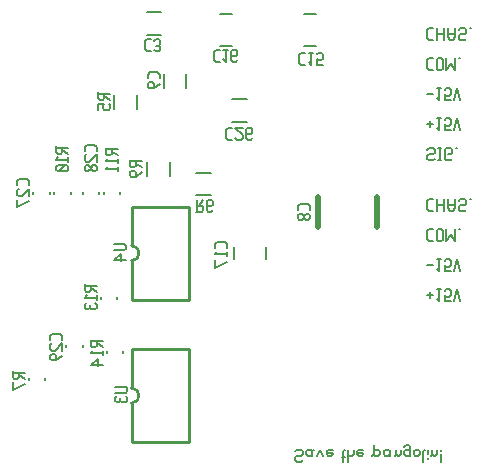
<source format=gbo>
G04 start of page 9 for group -4078 idx -4078 *
G04 Title: (unknown), bottomsilk *
G04 Creator: pcb 20140316 *
G04 CreationDate: Fri 20 Nov 2015 02:14:16 PM GMT UTC *
G04 For: fosse *
G04 Format: Gerber/RS-274X *
G04 PCB-Dimensions (mil): 3170.00 2000.00 *
G04 PCB-Coordinate-Origin: lower left *
%MOIN*%
%FSLAX25Y25*%
%LNBOTTOMSILK*%
%ADD80C,0.0197*%
%ADD79C,0.0080*%
%ADD78C,0.0100*%
%ADD77C,0.0070*%
G54D77*X217000Y151500D02*X219000D01*
X220200Y150300D02*X221000Y149500D01*
Y153500D01*
X220200D02*X221700D01*
X222900Y149500D02*X224900D01*
X222900D02*Y151500D01*
X223400Y151000D01*
X224400D01*
X224900Y151500D01*
Y153000D01*
X224400Y153500D02*X224900Y153000D01*
X223400Y153500D02*X224400D01*
X222900Y153000D02*X223400Y153500D01*
X226100Y149500D02*X227100Y153500D01*
X228100Y149500D01*
X219000Y129500D02*X219500Y130000D01*
X217500Y129500D02*X219000D01*
X217000Y130000D02*X217500Y129500D01*
X217000Y130000D02*Y131000D01*
X217500Y131500D01*
X219000D01*
X219500Y132000D01*
Y133000D01*
X219000Y133500D02*X219500Y133000D01*
X217500Y133500D02*X219000D01*
X217000Y133000D02*X217500Y133500D01*
X220700Y129500D02*X221700D01*
X221200D02*Y133500D01*
X220700D02*X221700D01*
X224900Y129500D02*X225400Y130000D01*
X223400Y129500D02*X224900D01*
X222900Y130000D02*X223400Y129500D01*
X222900Y130000D02*Y133000D01*
X223400Y133500D01*
X224900D01*
X225400Y133000D01*
Y132000D02*Y133000D01*
X224900Y131500D02*X225400Y132000D01*
X223900Y131500D02*X224900D01*
X226600Y133500D02*X227100D01*
X217700Y173500D02*X219000D01*
X217000Y172800D02*X217700Y173500D01*
X217000Y170200D02*Y172800D01*
Y170200D02*X217700Y169500D01*
X219000D01*
X220200D02*Y173500D01*
X222700Y169500D02*Y173500D01*
X220200Y171500D02*X222700D01*
X223900Y170500D02*Y173500D01*
Y170500D02*X224600Y169500D01*
X225700D01*
X226400Y170500D01*
Y173500D01*
X223900Y171500D02*X226400D01*
X229600Y169500D02*X230100Y170000D01*
X228100Y169500D02*X229600D01*
X227600Y170000D02*X228100Y169500D01*
X227600Y170000D02*Y171000D01*
X228100Y171500D01*
X229600D01*
X230100Y172000D01*
Y173000D01*
X229600Y173500D02*X230100Y173000D01*
X228100Y173500D02*X229600D01*
X227600Y173000D02*X228100Y173500D01*
X231300D02*X231800D01*
X217000Y141500D02*X219000D01*
X218000Y140500D02*Y142500D01*
X220200Y140300D02*X221000Y139500D01*
Y143500D01*
X220200D02*X221700D01*
X222900Y139500D02*X224900D01*
X222900D02*Y141500D01*
X223400Y141000D01*
X224400D01*
X224900Y141500D01*
Y143000D01*
X224400Y143500D02*X224900Y143000D01*
X223400Y143500D02*X224400D01*
X222900Y143000D02*X223400Y143500D01*
X226100Y139500D02*X227100Y143500D01*
X228100Y139500D01*
X217700Y163500D02*X219000D01*
X217000Y162800D02*X217700Y163500D01*
X217000Y160200D02*Y162800D01*
Y160200D02*X217700Y159500D01*
X219000D01*
X220200Y160000D02*Y163000D01*
Y160000D02*X220700Y159500D01*
X221700D01*
X222200Y160000D01*
Y163000D01*
X221700Y163500D02*X222200Y163000D01*
X220700Y163500D02*X221700D01*
X220200Y163000D02*X220700Y163500D01*
X223400Y159500D02*Y163500D01*
Y159500D02*X224900Y161500D01*
X226400Y159500D01*
Y163500D01*
X227600D02*X228100D01*
X175000Y29000D02*X175500Y29500D01*
X173500Y29000D02*X175000D01*
X173000Y29500D02*X173500Y29000D01*
X173000Y29500D02*Y30500D01*
X173500Y31000D01*
X175000D01*
X175500Y31500D01*
Y32500D01*
X175000Y33000D02*X175500Y32500D01*
X173500Y33000D02*X175000D01*
X173000Y32500D02*X173500Y33000D01*
X178200Y31000D02*X178700Y31500D01*
X177200Y31000D02*X178200D01*
X176700Y31500D02*X177200Y31000D01*
X176700Y31500D02*Y32500D01*
X177200Y33000D01*
X178700Y31000D02*Y32500D01*
X179200Y33000D01*
X177200D02*X178200D01*
X178700Y32500D01*
X180400Y31000D02*X181400Y33000D01*
X182400Y31000D02*X181400Y33000D01*
X184100D02*X185600D01*
X183600Y32500D02*X184100Y33000D01*
X183600Y31500D02*Y32500D01*
Y31500D02*X184100Y31000D01*
X185100D01*
X185600Y31500D01*
X183600Y32000D02*X185600D01*
Y31500D02*Y32000D01*
X189100Y29000D02*Y32500D01*
X189600Y33000D01*
X188600Y30500D02*X189600D01*
X190600Y29000D02*Y33000D01*
Y31500D02*X191100Y31000D01*
X192100D01*
X192600Y31500D01*
Y33000D01*
X194300D02*X195800D01*
X193800Y32500D02*X194300Y33000D01*
X193800Y31500D02*Y32500D01*
Y31500D02*X194300Y31000D01*
X195300D01*
X195800Y31500D01*
X193800Y32000D02*X195800D01*
Y31500D02*Y32000D01*
X199300Y31500D02*Y34500D01*
X198800Y31000D02*X199300Y31500D01*
X199800Y31000D01*
X200800D01*
X201300Y31500D01*
Y32500D01*
X200800Y33000D02*X201300Y32500D01*
X199800Y33000D02*X200800D01*
X199300Y32500D02*X199800Y33000D01*
X204000Y31000D02*X204500Y31500D01*
X203000Y31000D02*X204000D01*
X202500Y31500D02*X203000Y31000D01*
X202500Y31500D02*Y32500D01*
X203000Y33000D01*
X204500Y31000D02*Y32500D01*
X205000Y33000D01*
X203000D02*X204000D01*
X204500Y32500D01*
X206700Y31500D02*Y33000D01*
Y31500D02*X207200Y31000D01*
X207700D01*
X208200Y31500D01*
Y33000D01*
X206200Y31000D02*X206700Y31500D01*
X210900Y31000D02*X211400Y31500D01*
X209900Y31000D02*X210900D01*
X209400Y31500D02*X209900Y31000D01*
X209400Y31500D02*Y32500D01*
X209900Y33000D01*
X210900D01*
X211400Y32500D01*
X209400Y34000D02*X209900Y34500D01*
X210900D01*
X211400Y34000D01*
Y31000D02*Y34000D01*
X212600Y31500D02*Y32500D01*
Y31500D02*X213100Y31000D01*
X214100D01*
X214600Y31500D01*
Y32500D01*
X214100Y33000D02*X214600Y32500D01*
X213100Y33000D02*X214100D01*
X212600Y32500D02*X213100Y33000D01*
X215800Y29000D02*Y32500D01*
X216300Y33000D01*
X217300Y30000D02*Y30100D01*
Y31500D02*Y33000D01*
X218800Y31500D02*Y33000D01*
Y31500D02*X219300Y31000D01*
X219800D01*
X220300Y31500D01*
Y33000D01*
X218300Y31000D02*X218800Y31500D01*
X221500Y32500D02*Y33000D01*
Y29000D02*Y31500D01*
X217000Y94500D02*X219000D01*
X220200Y93300D02*X221000Y92500D01*
Y96500D01*
X220200D02*X221700D01*
X222900Y92500D02*X224900D01*
X222900D02*Y94500D01*
X223400Y94000D01*
X224400D01*
X224900Y94500D01*
Y96000D01*
X224400Y96500D02*X224900Y96000D01*
X223400Y96500D02*X224400D01*
X222900Y96000D02*X223400Y96500D01*
X226100Y92500D02*X227100Y96500D01*
X228100Y92500D01*
X217000Y84500D02*X219000D01*
X218000Y83500D02*Y85500D01*
X220200Y83300D02*X221000Y82500D01*
Y86500D01*
X220200D02*X221700D01*
X222900Y82500D02*X224900D01*
X222900D02*Y84500D01*
X223400Y84000D01*
X224400D01*
X224900Y84500D01*
Y86000D01*
X224400Y86500D02*X224900Y86000D01*
X223400Y86500D02*X224400D01*
X222900Y86000D02*X223400Y86500D01*
X226100Y82500D02*X227100Y86500D01*
X228100Y82500D01*
X217700Y116500D02*X219000D01*
X217000Y115800D02*X217700Y116500D01*
X217000Y113200D02*Y115800D01*
Y113200D02*X217700Y112500D01*
X219000D01*
X220200D02*Y116500D01*
X222700Y112500D02*Y116500D01*
X220200Y114500D02*X222700D01*
X223900Y113500D02*Y116500D01*
Y113500D02*X224600Y112500D01*
X225700D01*
X226400Y113500D01*
Y116500D01*
X223900Y114500D02*X226400D01*
X229600Y112500D02*X230100Y113000D01*
X228100Y112500D02*X229600D01*
X227600Y113000D02*X228100Y112500D01*
X227600Y113000D02*Y114000D01*
X228100Y114500D01*
X229600D01*
X230100Y115000D01*
Y116000D01*
X229600Y116500D02*X230100Y116000D01*
X228100Y116500D02*X229600D01*
X227600Y116000D02*X228100Y116500D01*
X231300D02*X231800D01*
X217700Y106500D02*X219000D01*
X217000Y105800D02*X217700Y106500D01*
X217000Y103200D02*Y105800D01*
Y103200D02*X217700Y102500D01*
X219000D01*
X220200Y103000D02*Y106000D01*
Y103000D02*X220700Y102500D01*
X221700D01*
X222200Y103000D01*
Y106000D01*
X221700Y106500D02*X222200Y106000D01*
X220700Y106500D02*X221700D01*
X220200Y106000D02*X220700Y106500D01*
X223400Y102500D02*Y106500D01*
Y102500D02*X224900Y104500D01*
X226400Y102500D01*
Y106500D01*
X227600D02*X228100D01*
G54D78*X118500Y114000D02*X137500D01*
Y83000D02*Y114000D01*
X118500Y83000D02*X137500D01*
X118500Y101000D02*Y114000D01*
Y83000D02*Y96000D01*
G75*G03X118500Y101000I0J2500D01*G01*
G54D79*X152686Y100468D02*Y96532D01*
X163314Y100468D02*Y96532D01*
X140138Y117760D02*X144862D01*
X140138Y125240D02*X144862D01*
X112760Y146638D02*Y151362D01*
X120240Y146638D02*Y151362D01*
X123638Y171260D02*X128362D01*
X123638Y178740D02*X128362D01*
X129260Y158362D02*Y153638D01*
X136740Y158362D02*Y153638D01*
X123760Y124138D02*Y128862D01*
X131240Y124138D02*Y128862D01*
X109245Y118893D02*Y118107D01*
X114755Y118893D02*Y118107D01*
X102245Y118893D02*Y118107D01*
X107755Y118893D02*Y118107D01*
X85745Y118893D02*Y118107D01*
X91255Y118893D02*Y118107D01*
X92745Y118893D02*Y118107D01*
X98255Y118893D02*Y118107D01*
X152138Y142260D02*X156862D01*
X152138Y149740D02*X156862D01*
X84245Y56893D02*Y56107D01*
X89755Y56893D02*Y56107D01*
X96745Y67893D02*Y67107D01*
X102255Y67893D02*Y67107D01*
G54D78*X118500Y66500D02*X137500D01*
Y35500D02*Y66500D01*
X118500Y35500D02*X137500D01*
X118500Y53500D02*Y66500D01*
Y35500D02*Y48500D01*
G75*G03X118500Y53500I0J2500D01*G01*
G54D79*X108245Y83893D02*Y83107D01*
X113755Y83893D02*Y83107D01*
X110245Y65893D02*Y65107D01*
X115755Y65893D02*Y65107D01*
X148032Y167686D02*X151968D01*
X148032Y178314D02*X151968D01*
X176075Y167686D02*X180011D01*
X176075Y178314D02*X180011D01*
G54D80*X200342Y107276D02*Y117118D01*
X180658Y107276D02*Y117118D01*
G54D77*X146550Y166350D02*X147850D01*
X145850Y165650D02*X146550Y166350D01*
X145850Y163050D02*Y165650D01*
Y163050D02*X146550Y162350D01*
X147850D01*
X149050Y163150D02*X149850Y162350D01*
Y166350D01*
X149050D02*X150550D01*
X153250Y162350D02*X153750Y162850D01*
X152250Y162350D02*X153250D01*
X151750Y162850D02*X152250Y162350D01*
X151750Y162850D02*Y165850D01*
X152250Y166350D01*
X153250Y164150D02*X153750Y164650D01*
X151750Y164150D02*X153250D01*
X152250Y166350D02*X153250D01*
X153750Y165850D01*
Y164650D02*Y165850D01*
X127850Y156745D02*Y158045D01*
X127150Y158745D02*X127850Y158045D01*
X124550Y158745D02*X127150D01*
X124550D02*X123850Y158045D01*
Y156745D02*Y158045D01*
X127850Y155045D02*X125850Y153545D01*
X124350D02*X125850D01*
X123850Y154045D02*X124350Y153545D01*
X123850Y154045D02*Y155045D01*
X124350Y155545D02*X123850Y155045D01*
X124350Y155545D02*X125350D01*
X125850Y155045D01*
Y153545D02*Y155045D01*
X175093Y165350D02*X176393D01*
X174393Y164650D02*X175093Y165350D01*
X174393Y162050D02*Y164650D01*
Y162050D02*X175093Y161350D01*
X176393D01*
X177593Y162150D02*X178393Y161350D01*
Y165350D01*
X177593D02*X179093D01*
X180293Y161350D02*X182293D01*
X180293D02*Y163350D01*
X180793Y162850D01*
X181793D01*
X182293Y163350D01*
Y164850D01*
X181793Y165350D02*X182293Y164850D01*
X180793Y165350D02*X181793D01*
X180293Y164850D02*X180793Y165350D01*
X123550Y169850D02*X124850D01*
X122850Y169150D02*X123550Y169850D01*
X122850Y166550D02*Y169150D01*
Y166550D02*X123550Y165850D01*
X124850D01*
X126050Y166350D02*X126550Y165850D01*
X127550D01*
X128050Y166350D01*
X127550Y169850D02*X128050Y169350D01*
X126550Y169850D02*X127550D01*
X126050Y169350D02*X126550Y169850D01*
Y167650D02*X127550D01*
X128050Y166350D02*Y167150D01*
Y168150D02*Y169350D01*
Y168150D02*X127550Y167650D01*
X128050Y167150D02*X127550Y167650D01*
X113000Y54000D02*X116500D01*
X117000Y53500D01*
Y52500D02*Y53500D01*
Y52500D02*X116500Y52000D01*
X113000D02*X116500D01*
X113500Y50800D02*X113000Y50300D01*
Y49300D02*Y50300D01*
Y49300D02*X113500Y48800D01*
X117000Y49300D02*X116500Y48800D01*
X117000Y49300D02*Y50300D01*
X116500Y50800D02*X117000Y50300D01*
X114800Y49300D02*Y50300D01*
X113500Y48800D02*X114300D01*
X115300D02*X116500D01*
X115300D02*X114800Y49300D01*
X114300Y48800D02*X114800Y49300D01*
X78850Y57193D02*Y59193D01*
Y57193D02*X79350Y56693D01*
X80350D01*
X80850Y57193D02*X80350Y56693D01*
X80850Y57193D02*Y58693D01*
X78850D02*X82850D01*
X80850Y57893D02*X82850Y56693D01*
Y54993D02*X78850Y52993D01*
Y55493D01*
X104850Y67693D02*Y69693D01*
Y67693D02*X105350Y67193D01*
X106350D01*
X106850Y67693D02*X106350Y67193D01*
X106850Y67693D02*Y69193D01*
X104850D02*X108850D01*
X106850Y68393D02*X108850Y67193D01*
X105650Y65993D02*X104850Y65193D01*
X108850D01*
Y64493D02*Y65993D01*
X107350Y63293D02*X104850Y61293D01*
X107350Y60793D02*Y63293D01*
X104850Y61293D02*X108850D01*
X95350Y69693D02*Y70993D01*
X94650Y71693D02*X95350Y70993D01*
X92050Y71693D02*X94650D01*
X92050D02*X91350Y70993D01*
Y69693D02*Y70993D01*
X91850Y68493D02*X91350Y67993D01*
Y66493D02*Y67993D01*
Y66493D02*X91850Y65993D01*
X92850D01*
X95350Y68493D02*X92850Y65993D01*
X95350D02*Y68493D01*
Y64293D02*X93350Y62793D01*
X91850D02*X93350D01*
X91350Y63293D02*X91850Y62793D01*
X91350Y63293D02*Y64293D01*
X91850Y64793D02*X91350Y64293D01*
X91850Y64793D02*X92850D01*
X93350Y64293D01*
Y62793D02*Y64293D01*
X150350Y100098D02*Y101398D01*
X149650Y102098D02*X150350Y101398D01*
X147050Y102098D02*X149650D01*
X147050D02*X146350Y101398D01*
Y100098D02*Y101398D01*
X147150Y98898D02*X146350Y98098D01*
X150350D01*
Y97398D02*Y98898D01*
Y95698D02*X146350Y93698D01*
Y96198D01*
X177980Y112756D02*Y114056D01*
X177280Y114756D02*X177980Y114056D01*
X174680Y114756D02*X177280D01*
X174680D02*X173980Y114056D01*
Y112756D02*Y114056D01*
X177480Y111556D02*X177980Y111056D01*
X176680Y111556D02*X177480D01*
X176680D02*X175980Y110856D01*
Y110256D02*Y110856D01*
Y110256D02*X176680Y109556D01*
X177480D01*
X177980Y110056D02*X177480Y109556D01*
X177980Y110056D02*Y111056D01*
X175280Y111556D02*X175980Y110856D01*
X174480Y111556D02*X175280D01*
X174480D02*X173980Y111056D01*
Y110056D02*Y111056D01*
Y110056D02*X174480Y109556D01*
X175280D01*
X175980Y110256D02*X175280Y109556D01*
X107350Y150055D02*Y152055D01*
Y150055D02*X107850Y149555D01*
X108850D01*
X109350Y150055D02*X108850Y149555D01*
X109350Y150055D02*Y151555D01*
X107350D02*X111350D01*
X109350Y150755D02*X111350Y149555D01*
X107350Y146355D02*Y148355D01*
X109350D01*
X108850Y147855D01*
Y146855D02*Y147855D01*
Y146855D02*X109350Y146355D01*
X110850D01*
X111350Y146855D02*X110850Y146355D01*
X111350Y146855D02*Y147855D01*
X110850Y148355D02*X111350Y147855D01*
X102850Y86193D02*Y88193D01*
Y86193D02*X103350Y85693D01*
X104350D01*
X104850Y86193D02*X104350Y85693D01*
X104850Y86193D02*Y87693D01*
X102850D02*X106850D01*
X104850Y86893D02*X106850Y85693D01*
X103650Y84493D02*X102850Y83693D01*
X106850D01*
Y82993D02*Y84493D01*
X103350Y81793D02*X102850Y81293D01*
Y80293D02*Y81293D01*
Y80293D02*X103350Y79793D01*
X106850Y80293D02*X106350Y79793D01*
X106850Y80293D02*Y81293D01*
X106350Y81793D02*X106850Y81293D01*
X104650Y80293D02*Y81293D01*
X103350Y79793D02*X104150D01*
X105150D02*X106350D01*
X105150D02*X104650Y80293D01*
X104150Y79793D02*X104650Y80293D01*
X106850Y132650D02*Y133950D01*
X106150Y134650D02*X106850Y133950D01*
X103550Y134650D02*X106150D01*
X103550D02*X102850Y133950D01*
Y132650D02*Y133950D01*
X103350Y131450D02*X102850Y130950D01*
Y129450D02*Y130950D01*
Y129450D02*X103350Y128950D01*
X104350D01*
X106850Y131450D02*X104350Y128950D01*
X106850D02*Y131450D01*
X106350Y127750D02*X106850Y127250D01*
X105550Y127750D02*X106350D01*
X105550D02*X104850Y127050D01*
Y126450D02*Y127050D01*
Y126450D02*X105550Y125750D01*
X106350D01*
X106850Y126250D02*X106350Y125750D01*
X106850Y126250D02*Y127250D01*
X104150Y127750D02*X104850Y127050D01*
X103350Y127750D02*X104150D01*
X103350D02*X102850Y127250D01*
Y126250D02*Y127250D01*
Y126250D02*X103350Y125750D01*
X104150D01*
X104850Y126450D02*X104150Y125750D01*
X112500Y101500D02*X116000D01*
X116500Y101000D01*
Y100000D02*Y101000D01*
Y100000D02*X116000Y99500D01*
X112500D02*X116000D01*
X115000Y98300D02*X112500Y96300D01*
X115000Y95800D02*Y98300D01*
X112500Y96300D02*X116500D01*
X109850Y131650D02*Y133650D01*
Y131650D02*X110350Y131150D01*
X111350D01*
X111850Y131650D02*X111350Y131150D01*
X111850Y131650D02*Y133150D01*
X109850D02*X113850D01*
X111850Y132350D02*X113850Y131150D01*
X110650Y129950D02*X109850Y129150D01*
X113850D01*
Y128450D02*Y129950D01*
X110650Y127250D02*X109850Y126450D01*
X113850D01*
Y125750D02*Y127250D01*
X84350Y121150D02*Y122450D01*
X83650Y123150D02*X84350Y122450D01*
X81050Y123150D02*X83650D01*
X81050D02*X80350Y122450D01*
Y121150D02*Y122450D01*
X80850Y119950D02*X80350Y119450D01*
Y117950D02*Y119450D01*
Y117950D02*X80850Y117450D01*
X81850D01*
X84350Y119950D02*X81850Y117450D01*
X84350D02*Y119950D01*
Y115750D02*X80350Y113750D01*
Y116250D01*
X93350Y132150D02*Y134150D01*
Y132150D02*X93850Y131650D01*
X94850D01*
X95350Y132150D02*X94850Y131650D01*
X95350Y132150D02*Y133650D01*
X93350D02*X97350D01*
X95350Y132850D02*X97350Y131650D01*
X94150Y130450D02*X93350Y129650D01*
X97350D01*
Y128950D02*Y130450D01*
X96850Y127750D02*X97350Y127250D01*
X93850Y127750D02*X96850D01*
X93850D02*X93350Y127250D01*
Y126250D02*Y127250D01*
Y126250D02*X93850Y125750D01*
X96850D01*
X97350Y126250D02*X96850Y125750D01*
X97350Y126250D02*Y127250D01*
X96350Y127750D02*X94350Y125750D01*
X139850Y112350D02*X141850D01*
X142350Y112850D01*
Y113850D01*
X141850Y114350D02*X142350Y113850D01*
X140350Y114350D02*X141850D01*
X140350Y112350D02*Y116350D01*
X141150Y114350D02*X142350Y116350D01*
X145050Y112350D02*X145550Y112850D01*
X144050Y112350D02*X145050D01*
X143550Y112850D02*X144050Y112350D01*
X143550Y112850D02*Y115850D01*
X144050Y116350D01*
X145050Y114150D02*X145550Y114650D01*
X143550Y114150D02*X145050D01*
X144050Y116350D02*X145050D01*
X145550Y115850D01*
Y114650D02*Y115850D01*
X117850Y127650D02*Y129650D01*
Y127650D02*X118350Y127150D01*
X119350D01*
X119850Y127650D02*X119350Y127150D01*
X119850Y127650D02*Y129150D01*
X117850D02*X121850D01*
X119850Y128350D02*X121850Y127150D01*
Y125450D02*X119850Y123950D01*
X118350D02*X119850D01*
X117850Y124450D02*X118350Y123950D01*
X117850Y124450D02*Y125450D01*
X118350Y125950D02*X117850Y125450D01*
X118350Y125950D02*X119350D01*
X119850Y125450D01*
Y123950D02*Y125450D01*
X150550Y140350D02*X151850D01*
X149850Y139650D02*X150550Y140350D01*
X149850Y137050D02*Y139650D01*
Y137050D02*X150550Y136350D01*
X151850D01*
X153050Y136850D02*X153550Y136350D01*
X155050D01*
X155550Y136850D01*
Y137850D01*
X153050Y140350D02*X155550Y137850D01*
X153050Y140350D02*X155550D01*
X158250Y136350D02*X158750Y136850D01*
X157250Y136350D02*X158250D01*
X156750Y136850D02*X157250Y136350D01*
X156750Y136850D02*Y139850D01*
X157250Y140350D01*
X158250Y138150D02*X158750Y138650D01*
X156750Y138150D02*X158250D01*
X157250Y140350D02*X158250D01*
X158750Y139850D01*
Y138650D02*Y139850D01*
M02*

</source>
